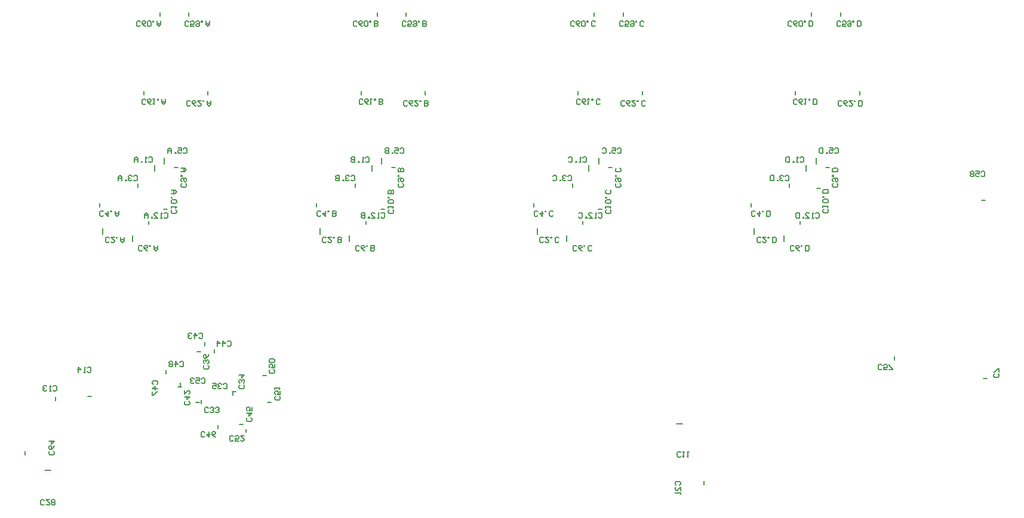
<source format=gbo>
%FSLAX24Y24*%
%MOIN*%
G70*
G01*
G75*
G04 Layer_Color=32896*
%ADD10R,0.0630X0.0709*%
%ADD11R,0.0600X0.0300*%
%ADD12R,0.1400X0.1000*%
%ADD13R,0.1024X0.0945*%
%ADD14R,0.1732X0.1441*%
%ADD15R,0.0827X0.0354*%
%ADD16R,0.0827X0.0354*%
%ADD17O,0.0394X0.0110*%
%ADD18O,0.0110X0.0394*%
%ADD19C,0.0177*%
%ADD20C,0.0197*%
%ADD21R,0.0197X0.0748*%
%ADD22R,0.0512X0.0630*%
%ADD23R,0.0866X0.0787*%
%ADD24R,0.0807X0.0236*%
%ADD25R,0.0197X0.0591*%
%ADD26R,0.0630X0.0512*%
%ADD27R,0.0551X0.0787*%
%ADD28R,0.0748X0.0197*%
%ADD29R,0.0669X0.0177*%
%ADD30R,0.0669X0.0177*%
%ADD31R,0.0394X0.0433*%
%ADD32R,0.0433X0.0394*%
%ADD33R,0.0709X0.0630*%
%ADD34R,0.0945X0.1024*%
%ADD35R,0.0787X0.0866*%
%ADD36C,0.0400*%
%ADD37R,0.0394X0.1083*%
%ADD38C,0.0070*%
%ADD39C,0.0200*%
%ADD40C,0.0100*%
%ADD41C,0.0090*%
%ADD42C,0.0060*%
%ADD43C,0.0160*%
%ADD44C,0.0250*%
%ADD45C,0.0300*%
%ADD46C,0.0120*%
%ADD47C,0.0600*%
%ADD48C,0.0591*%
%ADD49R,0.0591X0.0591*%
%ADD50C,0.1732*%
%ADD51C,0.1732*%
%ADD52C,0.0800*%
%ADD53C,0.0433*%
%ADD54C,0.0200*%
%ADD55C,0.0240*%
%ADD56C,0.0212*%
%ADD57C,0.0350*%
%ADD58C,0.0080*%
%ADD59R,0.0354X0.0276*%
%ADD60R,0.0276X0.0354*%
%ADD61C,0.0140*%
%ADD62C,0.0098*%
%ADD63C,0.0079*%
%ADD64C,0.0050*%
%ADD65R,0.1575X0.0098*%
D38*
X27402Y33393D02*
X27452Y33343D01*
Y33243D01*
X27402Y33193D01*
X27202D01*
X27152Y33243D01*
Y33343D01*
X27202Y33393D01*
X27452Y33693D02*
X27402Y33593D01*
X27302Y33493D01*
X27202D01*
X27152Y33543D01*
Y33643D01*
X27202Y33693D01*
X27252D01*
X27302Y33643D01*
Y33493D01*
X27152Y33942D02*
X27452D01*
X27302Y33793D01*
Y33992D01*
X62427Y33107D02*
X62377Y33057D01*
X62277D01*
X62227Y33107D01*
Y33307D01*
X62277Y33357D01*
X62377D01*
X62427Y33307D01*
X62527Y33357D02*
X62627D01*
X62577D01*
Y33057D01*
X62527Y33107D01*
X62777Y33357D02*
X62877D01*
X62827D01*
Y33057D01*
X62777Y33107D01*
X27379Y37002D02*
X27429Y37052D01*
X27529D01*
X27579Y37002D01*
Y36802D01*
X27529Y36752D01*
X27429D01*
X27379Y36802D01*
X27279Y36752D02*
X27179D01*
X27229D01*
Y37052D01*
X27279Y37002D01*
X27029D02*
X26979Y37052D01*
X26879D01*
X26829Y37002D01*
Y36952D01*
X26879Y36902D01*
X26929D01*
X26879D01*
X26829Y36852D01*
Y36802D01*
X26879Y36752D01*
X26979D01*
X27029Y36802D01*
X29304Y38033D02*
X29354Y38083D01*
X29454D01*
X29504Y38033D01*
Y37833D01*
X29454Y37783D01*
X29354D01*
X29304Y37833D01*
X29204Y37783D02*
X29104D01*
X29154D01*
Y38083D01*
X29204Y38033D01*
X28804Y37783D02*
Y38083D01*
X28954Y37933D01*
X28754D01*
X45706Y46667D02*
X45756Y46717D01*
X45856D01*
X45906Y46667D01*
Y46467D01*
X45856Y46417D01*
X45756D01*
X45706Y46467D01*
X45606Y46417D02*
X45506D01*
X45556D01*
Y46717D01*
X45606Y46667D01*
X45156Y46417D02*
X45356D01*
X45156Y46617D01*
Y46667D01*
X45206Y46717D01*
X45306D01*
X45356Y46667D01*
X45056Y46417D02*
Y46467D01*
X45006D01*
Y46417D01*
X45056D01*
X44806Y46717D02*
Y46417D01*
X44656D01*
X44606Y46467D01*
Y46517D01*
X44656Y46567D01*
X44806D01*
X44656D01*
X44606Y46617D01*
Y46667D01*
X44656Y46717D01*
X44806D01*
X46352Y46893D02*
X46402Y46843D01*
Y46743D01*
X46352Y46693D01*
X46152D01*
X46102Y46743D01*
Y46843D01*
X46152Y46893D01*
X46102Y46993D02*
Y47093D01*
Y47043D01*
X46402D01*
X46352Y46993D01*
Y47243D02*
X46402Y47293D01*
Y47393D01*
X46352Y47443D01*
X46152D01*
X46102Y47393D01*
Y47293D01*
X46152Y47243D01*
X46352D01*
X46102Y47543D02*
X46152D01*
Y47593D01*
X46102D01*
Y47543D01*
X46402Y47793D02*
X46102D01*
Y47943D01*
X46152Y47992D01*
X46202D01*
X46252Y47943D01*
Y47793D01*
Y47943D01*
X46302Y47992D01*
X46352D01*
X46402Y47943D01*
Y47793D01*
X46903Y48350D02*
X46953Y48300D01*
Y48200D01*
X46903Y48150D01*
X46704D01*
X46654Y48200D01*
Y48300D01*
X46704Y48350D01*
Y48450D02*
X46654Y48499D01*
Y48599D01*
X46704Y48649D01*
X46903D01*
X46953Y48599D01*
Y48499D01*
X46903Y48450D01*
X46853D01*
X46803Y48499D01*
Y48649D01*
X46654Y48749D02*
X46704D01*
Y48799D01*
X46654D01*
Y48749D01*
X46953Y48999D02*
X46654D01*
Y49149D01*
X46704Y49199D01*
X46754D01*
X46803Y49149D01*
Y48999D01*
Y49149D01*
X46853Y49199D01*
X46903D01*
X46953Y49149D01*
Y48999D01*
X44491Y44632D02*
X44441Y44582D01*
X44341D01*
X44291Y44632D01*
Y44832D01*
X44341Y44882D01*
X44441D01*
X44491Y44832D01*
X44791Y44582D02*
X44691Y44632D01*
X44591Y44732D01*
Y44832D01*
X44641Y44882D01*
X44741D01*
X44791Y44832D01*
Y44782D01*
X44741Y44732D01*
X44591D01*
X44891Y44882D02*
Y44832D01*
X44941D01*
Y44882D01*
X44891D01*
X45141Y44582D02*
Y44882D01*
X45291D01*
X45341Y44832D01*
Y44782D01*
X45291Y44732D01*
X45141D01*
X45291D01*
X45341Y44682D01*
Y44632D01*
X45291Y44582D01*
X45141D01*
X46769Y50289D02*
X46819Y50339D01*
X46919D01*
X46968Y50289D01*
Y50089D01*
X46919Y50039D01*
X46819D01*
X46769Y50089D01*
X46469Y50339D02*
X46669D01*
Y50189D01*
X46569Y50239D01*
X46519D01*
X46469Y50189D01*
Y50089D01*
X46519Y50039D01*
X46619D01*
X46669Y50089D01*
X46369Y50039D02*
Y50089D01*
X46319D01*
Y50039D01*
X46369D01*
X46119Y50339D02*
Y50039D01*
X45969D01*
X45919Y50089D01*
Y50139D01*
X45969Y50189D01*
X46119D01*
X45969D01*
X45919Y50239D01*
Y50289D01*
X45969Y50339D01*
X46119D01*
X42326Y46561D02*
X42276Y46511D01*
X42176D01*
X42126Y46561D01*
Y46761D01*
X42176Y46811D01*
X42276D01*
X42326Y46761D01*
X42576Y46811D02*
Y46511D01*
X42426Y46661D01*
X42626D01*
X42726Y46811D02*
Y46761D01*
X42776D01*
Y46811D01*
X42726D01*
X42976Y46511D02*
Y46811D01*
X43126D01*
X43176Y46761D01*
Y46711D01*
X43126Y46661D01*
X42976D01*
X43126D01*
X43176Y46611D01*
Y46561D01*
X43126Y46511D01*
X42976D01*
X44013Y48754D02*
X44063Y48804D01*
X44163D01*
X44213Y48754D01*
Y48554D01*
X44163Y48504D01*
X44063D01*
X44013Y48554D01*
X43913Y48754D02*
X43863Y48804D01*
X43763D01*
X43713Y48754D01*
Y48704D01*
X43763Y48654D01*
X43813D01*
X43763D01*
X43713Y48604D01*
Y48554D01*
X43763Y48504D01*
X43863D01*
X43913Y48554D01*
X43613Y48504D02*
Y48554D01*
X43563D01*
Y48504D01*
X43613D01*
X43363Y48804D02*
Y48504D01*
X43213D01*
X43163Y48554D01*
Y48604D01*
X43213Y48654D01*
X43363D01*
X43213D01*
X43163Y48704D01*
Y48754D01*
X43213Y48804D01*
X43363D01*
X42641Y45104D02*
X42591Y45054D01*
X42491D01*
X42441Y45104D01*
Y45304D01*
X42491Y45354D01*
X42591D01*
X42641Y45304D01*
X42941Y45354D02*
X42741D01*
X42941Y45154D01*
Y45104D01*
X42891Y45054D01*
X42791D01*
X42741Y45104D01*
X43041Y45354D02*
Y45304D01*
X43091D01*
Y45354D01*
X43041D01*
X43291Y45054D02*
Y45354D01*
X43441D01*
X43491Y45304D01*
Y45254D01*
X43441Y45204D01*
X43291D01*
X43441D01*
X43491Y45154D01*
Y45104D01*
X43441Y45054D01*
X43291D01*
X44839Y49777D02*
X44889Y49827D01*
X44989D01*
X45039Y49777D01*
Y49578D01*
X44989Y49528D01*
X44889D01*
X44839Y49578D01*
X44739Y49528D02*
X44640D01*
X44689D01*
Y49827D01*
X44739Y49777D01*
X44490Y49528D02*
Y49578D01*
X44440D01*
Y49528D01*
X44490D01*
X44240Y49827D02*
Y49528D01*
X44090D01*
X44040Y49578D01*
Y49628D01*
X44090Y49678D01*
X44240D01*
X44090D01*
X44040Y49727D01*
Y49777D01*
X44090Y49827D01*
X44240D01*
X32713Y49777D02*
X32763Y49827D01*
X32863D01*
X32913Y49777D01*
Y49578D01*
X32863Y49528D01*
X32763D01*
X32713Y49578D01*
X32613Y49528D02*
X32514D01*
X32564D01*
Y49827D01*
X32613Y49777D01*
X32364Y49528D02*
Y49578D01*
X32314D01*
Y49528D01*
X32364D01*
X32114D02*
Y49727D01*
X32014Y49827D01*
X31914Y49727D01*
Y49528D01*
Y49678D01*
X32114D01*
X30515Y45104D02*
X30465Y45054D01*
X30365D01*
X30315Y45104D01*
Y45304D01*
X30365Y45354D01*
X30465D01*
X30515Y45304D01*
X30815Y45354D02*
X30615D01*
X30815Y45154D01*
Y45104D01*
X30765Y45054D01*
X30665D01*
X30615Y45104D01*
X30915Y45354D02*
Y45304D01*
X30965D01*
Y45354D01*
X30915D01*
X31165D02*
Y45154D01*
X31265Y45054D01*
X31365Y45154D01*
Y45354D01*
Y45204D01*
X31165D01*
X31887Y48754D02*
X31937Y48804D01*
X32037D01*
X32087Y48754D01*
Y48554D01*
X32037Y48504D01*
X31937D01*
X31887Y48554D01*
X31787Y48754D02*
X31737Y48804D01*
X31637D01*
X31587Y48754D01*
Y48704D01*
X31637Y48654D01*
X31687D01*
X31637D01*
X31587Y48604D01*
Y48554D01*
X31637Y48504D01*
X31737D01*
X31787Y48554D01*
X31487Y48504D02*
Y48554D01*
X31437D01*
Y48504D01*
X31487D01*
X31237D02*
Y48704D01*
X31137Y48804D01*
X31037Y48704D01*
Y48504D01*
Y48654D01*
X31237D01*
X30200Y46561D02*
X30150Y46511D01*
X30050D01*
X30000Y46561D01*
Y46761D01*
X30050Y46811D01*
X30150D01*
X30200Y46761D01*
X30450Y46811D02*
Y46511D01*
X30300Y46661D01*
X30500D01*
X30600Y46811D02*
Y46761D01*
X30650D01*
Y46811D01*
X30600D01*
X30850D02*
Y46611D01*
X30950Y46511D01*
X31050Y46611D01*
Y46811D01*
Y46661D01*
X30850D01*
X34643Y50289D02*
X34693Y50339D01*
X34793D01*
X34843Y50289D01*
Y50089D01*
X34793Y50039D01*
X34693D01*
X34643Y50089D01*
X34343Y50339D02*
X34543D01*
Y50189D01*
X34443Y50239D01*
X34393D01*
X34343Y50189D01*
Y50089D01*
X34393Y50039D01*
X34493D01*
X34543Y50089D01*
X34243Y50039D02*
Y50089D01*
X34193D01*
Y50039D01*
X34243D01*
X33993D02*
Y50239D01*
X33893Y50339D01*
X33793Y50239D01*
Y50039D01*
Y50189D01*
X33993D01*
X32365Y44632D02*
X32315Y44582D01*
X32215D01*
X32165Y44632D01*
Y44832D01*
X32215Y44882D01*
X32315D01*
X32365Y44832D01*
X32665Y44582D02*
X32565Y44632D01*
X32465Y44732D01*
Y44832D01*
X32515Y44882D01*
X32615D01*
X32665Y44832D01*
Y44782D01*
X32615Y44732D01*
X32465D01*
X32765Y44882D02*
Y44832D01*
X32815D01*
Y44882D01*
X32765D01*
X33015D02*
Y44682D01*
X33115Y44582D01*
X33215Y44682D01*
Y44882D01*
Y44732D01*
X33015D01*
X34777Y48350D02*
X34827Y48300D01*
Y48200D01*
X34777Y48150D01*
X34578D01*
X34528Y48200D01*
Y48300D01*
X34578Y48350D01*
Y48450D02*
X34528Y48499D01*
Y48599D01*
X34578Y48649D01*
X34777D01*
X34827Y48599D01*
Y48499D01*
X34777Y48450D01*
X34727D01*
X34678Y48499D01*
Y48649D01*
X34528Y48749D02*
X34578D01*
Y48799D01*
X34528D01*
Y48749D01*
Y48999D02*
X34727D01*
X34827Y49099D01*
X34727Y49199D01*
X34528D01*
X34678D01*
Y48999D01*
X34226Y46893D02*
X34276Y46843D01*
Y46743D01*
X34226Y46693D01*
X34026D01*
X33976Y46743D01*
Y46843D01*
X34026Y46893D01*
X33976Y46993D02*
Y47093D01*
Y47043D01*
X34276D01*
X34226Y46993D01*
Y47243D02*
X34276Y47293D01*
Y47393D01*
X34226Y47443D01*
X34026D01*
X33976Y47393D01*
Y47293D01*
X34026Y47243D01*
X34226D01*
X33976Y47543D02*
X34026D01*
Y47593D01*
X33976D01*
Y47543D01*
Y47793D02*
X34176D01*
X34276Y47893D01*
X34176Y47992D01*
X33976D01*
X34126D01*
Y47793D01*
X33580Y46667D02*
X33630Y46717D01*
X33730D01*
X33780Y46667D01*
Y46467D01*
X33730Y46417D01*
X33630D01*
X33580Y46467D01*
X33480Y46417D02*
X33380D01*
X33430D01*
Y46717D01*
X33480Y46667D01*
X33030Y46417D02*
X33230D01*
X33030Y46617D01*
Y46667D01*
X33080Y46717D01*
X33180D01*
X33230Y46667D01*
X32930Y46417D02*
Y46467D01*
X32880D01*
Y46417D01*
X32930D01*
X32680D02*
Y46617D01*
X32580Y46717D01*
X32480Y46617D01*
Y46417D01*
Y46567D01*
X32680D01*
X34964Y57191D02*
X34914Y57141D01*
X34814D01*
X34764Y57191D01*
Y57391D01*
X34814Y57441D01*
X34914D01*
X34964Y57391D01*
X35264Y57141D02*
X35064D01*
Y57291D01*
X35164Y57241D01*
X35214D01*
X35264Y57291D01*
Y57391D01*
X35214Y57441D01*
X35114D01*
X35064Y57391D01*
X35364D02*
X35414Y57441D01*
X35514D01*
X35564Y57391D01*
Y57191D01*
X35514Y57141D01*
X35414D01*
X35364Y57191D01*
Y57241D01*
X35414Y57291D01*
X35564D01*
X35663Y57441D02*
Y57391D01*
X35713D01*
Y57441D01*
X35663D01*
X35913D02*
Y57241D01*
X36013Y57141D01*
X36113Y57241D01*
Y57441D01*
Y57291D01*
X35913D01*
X32247Y57191D02*
X32197Y57141D01*
X32097D01*
X32047Y57191D01*
Y57391D01*
X32097Y57441D01*
X32197D01*
X32247Y57391D01*
X32547Y57141D02*
X32447Y57191D01*
X32347Y57291D01*
Y57391D01*
X32397Y57441D01*
X32497D01*
X32547Y57391D01*
Y57341D01*
X32497Y57291D01*
X32347D01*
X32647Y57191D02*
X32697Y57141D01*
X32797D01*
X32847Y57191D01*
Y57391D01*
X32797Y57441D01*
X32697D01*
X32647Y57391D01*
Y57191D01*
X32947Y57441D02*
Y57391D01*
X32997D01*
Y57441D01*
X32947D01*
X33197D02*
Y57241D01*
X33297Y57141D01*
X33397Y57241D01*
Y57441D01*
Y57291D01*
X33197D01*
X32562Y52821D02*
X32512Y52771D01*
X32412D01*
X32362Y52821D01*
Y53021D01*
X32412Y53071D01*
X32512D01*
X32562Y53021D01*
X32862Y52771D02*
X32762Y52821D01*
X32662Y52921D01*
Y53021D01*
X32712Y53071D01*
X32812D01*
X32862Y53021D01*
Y52971D01*
X32812Y52921D01*
X32662D01*
X32962Y53071D02*
X33062D01*
X33012D01*
Y52771D01*
X32962Y52821D01*
X33212Y53071D02*
Y53021D01*
X33262D01*
Y53071D01*
X33212D01*
X33462D02*
Y52871D01*
X33562Y52771D01*
X33662Y52871D01*
Y53071D01*
Y52921D01*
X33462D01*
X35042Y52742D02*
X34992Y52692D01*
X34892D01*
X34843Y52742D01*
Y52942D01*
X34892Y52992D01*
X34992D01*
X35042Y52942D01*
X35342Y52692D02*
X35242Y52742D01*
X35142Y52842D01*
Y52942D01*
X35192Y52992D01*
X35292D01*
X35342Y52942D01*
Y52892D01*
X35292Y52842D01*
X35142D01*
X35642Y52992D02*
X35442D01*
X35642Y52792D01*
Y52742D01*
X35592Y52692D01*
X35492D01*
X35442Y52742D01*
X35742Y52992D02*
Y52942D01*
X35792D01*
Y52992D01*
X35742D01*
X35992D02*
Y52792D01*
X36092Y52692D01*
X36192Y52792D01*
Y52992D01*
Y52842D01*
X35992D01*
X56965Y49777D02*
X57015Y49827D01*
X57115D01*
X57165Y49777D01*
Y49578D01*
X57115Y49528D01*
X57015D01*
X56965Y49578D01*
X56865Y49528D02*
X56765D01*
X56815D01*
Y49827D01*
X56865Y49777D01*
X56616Y49528D02*
Y49578D01*
X56566D01*
Y49528D01*
X56616D01*
X56166Y49777D02*
X56216Y49827D01*
X56316D01*
X56366Y49777D01*
Y49578D01*
X56316Y49528D01*
X56216D01*
X56166Y49578D01*
X69091Y49777D02*
X69141Y49827D01*
X69241D01*
X69291Y49777D01*
Y49578D01*
X69241Y49528D01*
X69141D01*
X69091Y49578D01*
X68991Y49528D02*
X68891D01*
X68941D01*
Y49827D01*
X68991Y49777D01*
X68742Y49528D02*
Y49578D01*
X68692D01*
Y49528D01*
X68742D01*
X68492Y49827D02*
Y49528D01*
X68342D01*
X68292Y49578D01*
Y49777D01*
X68342Y49827D01*
X68492D01*
X54767Y45104D02*
X54717Y45054D01*
X54617D01*
X54567Y45104D01*
Y45304D01*
X54617Y45354D01*
X54717D01*
X54767Y45304D01*
X55067Y45354D02*
X54867D01*
X55067Y45154D01*
Y45104D01*
X55017Y45054D01*
X54917D01*
X54867Y45104D01*
X55167Y45354D02*
Y45304D01*
X55217D01*
Y45354D01*
X55167D01*
X55617Y45104D02*
X55567Y45054D01*
X55467D01*
X55417Y45104D01*
Y45304D01*
X55467Y45354D01*
X55567D01*
X55617Y45304D01*
X66893Y45104D02*
X66843Y45054D01*
X66743D01*
X66693Y45104D01*
Y45304D01*
X66743Y45354D01*
X66843D01*
X66893Y45304D01*
X67193Y45354D02*
X66993D01*
X67193Y45154D01*
Y45104D01*
X67143Y45054D01*
X67043D01*
X66993Y45104D01*
X67293Y45354D02*
Y45304D01*
X67343D01*
Y45354D01*
X67293D01*
X67543Y45054D02*
Y45354D01*
X67693D01*
X67743Y45304D01*
Y45104D01*
X67693Y45054D01*
X67543D01*
X56139Y48754D02*
X56189Y48804D01*
X56289D01*
X56339Y48754D01*
Y48554D01*
X56289Y48504D01*
X56189D01*
X56139Y48554D01*
X56039Y48754D02*
X55989Y48804D01*
X55889D01*
X55839Y48754D01*
Y48704D01*
X55889Y48654D01*
X55939D01*
X55889D01*
X55839Y48604D01*
Y48554D01*
X55889Y48504D01*
X55989D01*
X56039Y48554D01*
X55739Y48504D02*
Y48554D01*
X55689D01*
Y48504D01*
X55739D01*
X55289Y48754D02*
X55339Y48804D01*
X55439D01*
X55489Y48754D01*
Y48554D01*
X55439Y48504D01*
X55339D01*
X55289Y48554D01*
X68265Y48754D02*
X68315Y48804D01*
X68415D01*
X68465Y48754D01*
Y48554D01*
X68415Y48504D01*
X68315D01*
X68265Y48554D01*
X68165Y48754D02*
X68115Y48804D01*
X68015D01*
X67965Y48754D01*
Y48704D01*
X68015Y48654D01*
X68065D01*
X68015D01*
X67965Y48604D01*
Y48554D01*
X68015Y48504D01*
X68115D01*
X68165Y48554D01*
X67865Y48504D02*
Y48554D01*
X67815D01*
Y48504D01*
X67865D01*
X67615Y48804D02*
Y48504D01*
X67465D01*
X67415Y48554D01*
Y48754D01*
X67465Y48804D01*
X67615D01*
X54452Y46561D02*
X54402Y46511D01*
X54302D01*
X54252Y46561D01*
Y46761D01*
X54302Y46811D01*
X54402D01*
X54452Y46761D01*
X54702Y46811D02*
Y46511D01*
X54552Y46661D01*
X54752D01*
X54852Y46811D02*
Y46761D01*
X54902D01*
Y46811D01*
X54852D01*
X55302Y46561D02*
X55252Y46511D01*
X55152D01*
X55102Y46561D01*
Y46761D01*
X55152Y46811D01*
X55252D01*
X55302Y46761D01*
X66578Y46561D02*
X66528Y46511D01*
X66428D01*
X66378Y46561D01*
Y46761D01*
X66428Y46811D01*
X66528D01*
X66578Y46761D01*
X66828Y46811D02*
Y46511D01*
X66678Y46661D01*
X66878D01*
X66978Y46811D02*
Y46761D01*
X67028D01*
Y46811D01*
X66978D01*
X67228Y46511D02*
Y46811D01*
X67378D01*
X67428Y46761D01*
Y46561D01*
X67378Y46511D01*
X67228D01*
X58895Y50289D02*
X58945Y50339D01*
X59045D01*
X59094Y50289D01*
Y50089D01*
X59045Y50039D01*
X58945D01*
X58895Y50089D01*
X58595Y50339D02*
X58795D01*
Y50189D01*
X58695Y50239D01*
X58645D01*
X58595Y50189D01*
Y50089D01*
X58645Y50039D01*
X58745D01*
X58795Y50089D01*
X58495Y50039D02*
Y50089D01*
X58445D01*
Y50039D01*
X58495D01*
X58045Y50289D02*
X58095Y50339D01*
X58195D01*
X58245Y50289D01*
Y50089D01*
X58195Y50039D01*
X58095D01*
X58045Y50089D01*
X71021Y50289D02*
X71071Y50339D01*
X71170D01*
X71220Y50289D01*
Y50089D01*
X71170Y50039D01*
X71071D01*
X71021Y50089D01*
X70721Y50339D02*
X70921D01*
Y50189D01*
X70821Y50239D01*
X70771D01*
X70721Y50189D01*
Y50089D01*
X70771Y50039D01*
X70871D01*
X70921Y50089D01*
X70621Y50039D02*
Y50089D01*
X70571D01*
Y50039D01*
X70621D01*
X70371Y50339D02*
Y50039D01*
X70221D01*
X70171Y50089D01*
Y50289D01*
X70221Y50339D01*
X70371D01*
X56617Y44632D02*
X56567Y44582D01*
X56467D01*
X56417Y44632D01*
Y44832D01*
X56467Y44882D01*
X56567D01*
X56617Y44832D01*
X56917Y44582D02*
X56817Y44632D01*
X56717Y44732D01*
Y44832D01*
X56767Y44882D01*
X56867D01*
X56917Y44832D01*
Y44782D01*
X56867Y44732D01*
X56717D01*
X57017Y44882D02*
Y44832D01*
X57067D01*
Y44882D01*
X57017D01*
X57467Y44632D02*
X57417Y44582D01*
X57317D01*
X57267Y44632D01*
Y44832D01*
X57317Y44882D01*
X57417D01*
X57467Y44832D01*
X68743Y44632D02*
X68693Y44582D01*
X68593D01*
X68543Y44632D01*
Y44832D01*
X68593Y44882D01*
X68693D01*
X68743Y44832D01*
X69043Y44582D02*
X68943Y44632D01*
X68843Y44732D01*
Y44832D01*
X68893Y44882D01*
X68993D01*
X69043Y44832D01*
Y44782D01*
X68993Y44732D01*
X68843D01*
X69143Y44882D02*
Y44832D01*
X69193D01*
Y44882D01*
X69143D01*
X69393Y44582D02*
Y44882D01*
X69543D01*
X69593Y44832D01*
Y44632D01*
X69543Y44582D01*
X69393D01*
X59029Y48350D02*
X59079Y48300D01*
Y48200D01*
X59029Y48150D01*
X58830D01*
X58780Y48200D01*
Y48300D01*
X58830Y48350D01*
Y48450D02*
X58780Y48499D01*
Y48599D01*
X58830Y48649D01*
X59029D01*
X59079Y48599D01*
Y48499D01*
X59029Y48450D01*
X58979D01*
X58929Y48499D01*
Y48649D01*
X58780Y48749D02*
X58830D01*
Y48799D01*
X58780D01*
Y48749D01*
X59029Y49199D02*
X59079Y49149D01*
Y49049D01*
X59029Y48999D01*
X58830D01*
X58780Y49049D01*
Y49149D01*
X58830Y49199D01*
X71155Y48350D02*
X71205Y48300D01*
Y48200D01*
X71155Y48150D01*
X70956D01*
X70906Y48200D01*
Y48300D01*
X70956Y48350D01*
Y48450D02*
X70906Y48499D01*
Y48599D01*
X70956Y48649D01*
X71155D01*
X71205Y48599D01*
Y48499D01*
X71155Y48450D01*
X71105D01*
X71055Y48499D01*
Y48649D01*
X70906Y48749D02*
X70956D01*
Y48799D01*
X70906D01*
Y48749D01*
X71205Y48999D02*
X70906D01*
Y49149D01*
X70956Y49199D01*
X71155D01*
X71205Y49149D01*
Y48999D01*
X58478Y46893D02*
X58528Y46843D01*
Y46743D01*
X58478Y46693D01*
X58278D01*
X58228Y46743D01*
Y46843D01*
X58278Y46893D01*
X58228Y46993D02*
Y47093D01*
Y47043D01*
X58528D01*
X58478Y46993D01*
Y47243D02*
X58528Y47293D01*
Y47393D01*
X58478Y47443D01*
X58278D01*
X58228Y47393D01*
Y47293D01*
X58278Y47243D01*
X58478D01*
X58228Y47543D02*
X58278D01*
Y47593D01*
X58228D01*
Y47543D01*
X58478Y47992D02*
X58528Y47943D01*
Y47843D01*
X58478Y47793D01*
X58278D01*
X58228Y47843D01*
Y47943D01*
X58278Y47992D01*
X57832Y46667D02*
X57882Y46717D01*
X57982D01*
X58032Y46667D01*
Y46467D01*
X57982Y46417D01*
X57882D01*
X57832Y46467D01*
X57732Y46417D02*
X57632D01*
X57682D01*
Y46717D01*
X57732Y46667D01*
X57282Y46417D02*
X57482D01*
X57282Y46617D01*
Y46667D01*
X57332Y46717D01*
X57432D01*
X57482Y46667D01*
X57182Y46417D02*
Y46467D01*
X57132D01*
Y46417D01*
X57182D01*
X56732Y46667D02*
X56782Y46717D01*
X56882D01*
X56932Y46667D01*
Y46467D01*
X56882Y46417D01*
X56782D01*
X56732Y46467D01*
X69958Y46667D02*
X70008Y46717D01*
X70107D01*
X70157Y46667D01*
Y46467D01*
X70107Y46417D01*
X70008D01*
X69958Y46467D01*
X69858Y46417D02*
X69758D01*
X69808D01*
Y46717D01*
X69858Y46667D01*
X69408Y46417D02*
X69608D01*
X69408Y46617D01*
Y46667D01*
X69458Y46717D01*
X69558D01*
X69608Y46667D01*
X69308Y46417D02*
Y46467D01*
X69258D01*
Y46417D01*
X69308D01*
X69058Y46717D02*
Y46417D01*
X68908D01*
X68858Y46467D01*
Y46667D01*
X68908Y46717D01*
X69058D01*
X47090Y57191D02*
X47040Y57141D01*
X46940D01*
X46890Y57191D01*
Y57391D01*
X46940Y57441D01*
X47040D01*
X47090Y57391D01*
X47390Y57141D02*
X47190D01*
Y57291D01*
X47290Y57241D01*
X47340D01*
X47390Y57291D01*
Y57391D01*
X47340Y57441D01*
X47240D01*
X47190Y57391D01*
X47490D02*
X47540Y57441D01*
X47640D01*
X47690Y57391D01*
Y57191D01*
X47640Y57141D01*
X47540D01*
X47490Y57191D01*
Y57241D01*
X47540Y57291D01*
X47690D01*
X47789Y57441D02*
Y57391D01*
X47839D01*
Y57441D01*
X47789D01*
X48039Y57141D02*
Y57441D01*
X48189D01*
X48239Y57391D01*
Y57341D01*
X48189Y57291D01*
X48039D01*
X48189D01*
X48239Y57241D01*
Y57191D01*
X48189Y57141D01*
X48039D01*
X59216Y57191D02*
X59166Y57141D01*
X59066D01*
X59016Y57191D01*
Y57391D01*
X59066Y57441D01*
X59166D01*
X59216Y57391D01*
X59516Y57141D02*
X59316D01*
Y57291D01*
X59416Y57241D01*
X59466D01*
X59516Y57291D01*
Y57391D01*
X59466Y57441D01*
X59366D01*
X59316Y57391D01*
X59616D02*
X59666Y57441D01*
X59766D01*
X59815Y57391D01*
Y57191D01*
X59766Y57141D01*
X59666D01*
X59616Y57191D01*
Y57241D01*
X59666Y57291D01*
X59815D01*
X59915Y57441D02*
Y57391D01*
X59965D01*
Y57441D01*
X59915D01*
X60365Y57191D02*
X60315Y57141D01*
X60215D01*
X60165Y57191D01*
Y57391D01*
X60215Y57441D01*
X60315D01*
X60365Y57391D01*
X71342Y57191D02*
X71292Y57141D01*
X71192D01*
X71142Y57191D01*
Y57391D01*
X71192Y57441D01*
X71292D01*
X71342Y57391D01*
X71642Y57141D02*
X71442D01*
Y57291D01*
X71542Y57241D01*
X71592D01*
X71642Y57291D01*
Y57391D01*
X71592Y57441D01*
X71492D01*
X71442Y57391D01*
X71742D02*
X71792Y57441D01*
X71891D01*
X71941Y57391D01*
Y57191D01*
X71891Y57141D01*
X71792D01*
X71742Y57191D01*
Y57241D01*
X71792Y57291D01*
X71941D01*
X72041Y57441D02*
Y57391D01*
X72091D01*
Y57441D01*
X72041D01*
X72291Y57141D02*
Y57441D01*
X72441D01*
X72491Y57391D01*
Y57191D01*
X72441Y57141D01*
X72291D01*
X44373Y57191D02*
X44323Y57141D01*
X44223D01*
X44173Y57191D01*
Y57391D01*
X44223Y57441D01*
X44323D01*
X44373Y57391D01*
X44673Y57141D02*
X44573Y57191D01*
X44473Y57291D01*
Y57391D01*
X44523Y57441D01*
X44623D01*
X44673Y57391D01*
Y57341D01*
X44623Y57291D01*
X44473D01*
X44773Y57191D02*
X44823Y57141D01*
X44923D01*
X44973Y57191D01*
Y57391D01*
X44923Y57441D01*
X44823D01*
X44773Y57391D01*
Y57191D01*
X45073Y57441D02*
Y57391D01*
X45123D01*
Y57441D01*
X45073D01*
X45323Y57141D02*
Y57441D01*
X45473D01*
X45523Y57391D01*
Y57341D01*
X45473Y57291D01*
X45323D01*
X45473D01*
X45523Y57241D01*
Y57191D01*
X45473Y57141D01*
X45323D01*
X56499Y57191D02*
X56449Y57141D01*
X56349D01*
X56299Y57191D01*
Y57391D01*
X56349Y57441D01*
X56449D01*
X56499Y57391D01*
X56799Y57141D02*
X56699Y57191D01*
X56599Y57291D01*
Y57391D01*
X56649Y57441D01*
X56749D01*
X56799Y57391D01*
Y57341D01*
X56749Y57291D01*
X56599D01*
X56899Y57191D02*
X56949Y57141D01*
X57049D01*
X57099Y57191D01*
Y57391D01*
X57049Y57441D01*
X56949D01*
X56899Y57391D01*
Y57191D01*
X57199Y57441D02*
Y57391D01*
X57249D01*
Y57441D01*
X57199D01*
X57649Y57191D02*
X57599Y57141D01*
X57499D01*
X57449Y57191D01*
Y57391D01*
X57499Y57441D01*
X57599D01*
X57649Y57391D01*
X68625Y57191D02*
X68575Y57141D01*
X68475D01*
X68425Y57191D01*
Y57391D01*
X68475Y57441D01*
X68575D01*
X68625Y57391D01*
X68925Y57141D02*
X68825Y57191D01*
X68725Y57291D01*
Y57391D01*
X68775Y57441D01*
X68875D01*
X68925Y57391D01*
Y57341D01*
X68875Y57291D01*
X68725D01*
X69025Y57191D02*
X69075Y57141D01*
X69175D01*
X69225Y57191D01*
Y57391D01*
X69175Y57441D01*
X69075D01*
X69025Y57391D01*
Y57191D01*
X69325Y57441D02*
Y57391D01*
X69375D01*
Y57441D01*
X69325D01*
X69575Y57141D02*
Y57441D01*
X69725D01*
X69775Y57391D01*
Y57191D01*
X69725Y57141D01*
X69575D01*
X44688Y52821D02*
X44638Y52771D01*
X44538D01*
X44488Y52821D01*
Y53021D01*
X44538Y53071D01*
X44638D01*
X44688Y53021D01*
X44988Y52771D02*
X44888Y52821D01*
X44788Y52921D01*
Y53021D01*
X44838Y53071D01*
X44938D01*
X44988Y53021D01*
Y52971D01*
X44938Y52921D01*
X44788D01*
X45088Y53071D02*
X45188D01*
X45138D01*
Y52771D01*
X45088Y52821D01*
X45338Y53071D02*
Y53021D01*
X45388D01*
Y53071D01*
X45338D01*
X45588Y52771D02*
Y53071D01*
X45738D01*
X45788Y53021D01*
Y52971D01*
X45738Y52921D01*
X45588D01*
X45738D01*
X45788Y52871D01*
Y52821D01*
X45738Y52771D01*
X45588D01*
X56814Y52821D02*
X56764Y52771D01*
X56664D01*
X56614Y52821D01*
Y53021D01*
X56664Y53071D01*
X56764D01*
X56814Y53021D01*
X57114Y52771D02*
X57014Y52821D01*
X56914Y52921D01*
Y53021D01*
X56964Y53071D01*
X57064D01*
X57114Y53021D01*
Y52971D01*
X57064Y52921D01*
X56914D01*
X57214Y53071D02*
X57314D01*
X57264D01*
Y52771D01*
X57214Y52821D01*
X57464Y53071D02*
Y53021D01*
X57514D01*
Y53071D01*
X57464D01*
X57914Y52821D02*
X57864Y52771D01*
X57764D01*
X57714Y52821D01*
Y53021D01*
X57764Y53071D01*
X57864D01*
X57914Y53021D01*
X68940Y52821D02*
X68890Y52771D01*
X68790D01*
X68740Y52821D01*
Y53021D01*
X68790Y53071D01*
X68890D01*
X68940Y53021D01*
X69240Y52771D02*
X69140Y52821D01*
X69040Y52921D01*
Y53021D01*
X69090Y53071D01*
X69190D01*
X69240Y53021D01*
Y52971D01*
X69190Y52921D01*
X69040D01*
X69340Y53071D02*
X69440D01*
X69390D01*
Y52771D01*
X69340Y52821D01*
X69590Y53071D02*
Y53021D01*
X69640D01*
Y53071D01*
X69590D01*
X69840Y52771D02*
Y53071D01*
X69990D01*
X70040Y53021D01*
Y52821D01*
X69990Y52771D01*
X69840D01*
X47168Y52742D02*
X47118Y52692D01*
X47018D01*
X46968Y52742D01*
Y52942D01*
X47018Y52992D01*
X47118D01*
X47168Y52942D01*
X47468Y52692D02*
X47368Y52742D01*
X47268Y52842D01*
Y52942D01*
X47318Y52992D01*
X47418D01*
X47468Y52942D01*
Y52892D01*
X47418Y52842D01*
X47268D01*
X47768Y52992D02*
X47568D01*
X47768Y52792D01*
Y52742D01*
X47718Y52692D01*
X47618D01*
X47568Y52742D01*
X47868Y52992D02*
Y52942D01*
X47918D01*
Y52992D01*
X47868D01*
X48118Y52692D02*
Y52992D01*
X48268D01*
X48318Y52942D01*
Y52892D01*
X48268Y52842D01*
X48118D01*
X48268D01*
X48318Y52792D01*
Y52742D01*
X48268Y52692D01*
X48118D01*
X59294Y52742D02*
X59244Y52692D01*
X59144D01*
X59094Y52742D01*
Y52942D01*
X59144Y52992D01*
X59244D01*
X59294Y52942D01*
X59594Y52692D02*
X59494Y52742D01*
X59394Y52842D01*
Y52942D01*
X59444Y52992D01*
X59544D01*
X59594Y52942D01*
Y52892D01*
X59544Y52842D01*
X59394D01*
X59894Y52992D02*
X59694D01*
X59894Y52792D01*
Y52742D01*
X59844Y52692D01*
X59744D01*
X59694Y52742D01*
X59994Y52992D02*
Y52942D01*
X60044D01*
Y52992D01*
X59994D01*
X60444Y52742D02*
X60394Y52692D01*
X60294D01*
X60244Y52742D01*
Y52942D01*
X60294Y52992D01*
X60394D01*
X60444Y52942D01*
X71420Y52742D02*
X71370Y52692D01*
X71270D01*
X71220Y52742D01*
Y52942D01*
X71270Y52992D01*
X71370D01*
X71420Y52942D01*
X71720Y52692D02*
X71620Y52742D01*
X71520Y52842D01*
Y52942D01*
X71570Y52992D01*
X71670D01*
X71720Y52942D01*
Y52892D01*
X71670Y52842D01*
X71520D01*
X72020Y52992D02*
X71820D01*
X72020Y52792D01*
Y52742D01*
X71970Y52692D01*
X71870D01*
X71820Y52742D01*
X72120Y52992D02*
Y52942D01*
X72170D01*
Y52992D01*
X72120D01*
X72370Y52692D02*
Y52992D01*
X72520D01*
X72570Y52942D01*
Y52742D01*
X72520Y52692D01*
X72370D01*
X79206Y48977D02*
X79256Y49027D01*
X79356D01*
X79406Y48977D01*
Y48777D01*
X79356Y48727D01*
X79256D01*
X79206Y48777D01*
X78906Y49027D02*
X79106D01*
Y48877D01*
X79006Y48927D01*
X78956D01*
X78906Y48877D01*
Y48777D01*
X78956Y48727D01*
X79056D01*
X79106Y48777D01*
X78806Y48977D02*
X78756Y49027D01*
X78656D01*
X78606Y48977D01*
Y48927D01*
X78656Y48877D01*
X78606Y48827D01*
Y48777D01*
X78656Y48727D01*
X78756D01*
X78806Y48777D01*
Y48827D01*
X78756Y48877D01*
X78806Y48927D01*
Y48977D01*
X78756Y48877D02*
X78656D01*
X73664Y37978D02*
X73615Y37928D01*
X73515D01*
X73465Y37978D01*
Y38178D01*
X73515Y38228D01*
X73615D01*
X73664Y38178D01*
X73964Y37928D02*
X73764D01*
Y38078D01*
X73864Y38028D01*
X73914D01*
X73964Y38078D01*
Y38178D01*
X73914Y38228D01*
X73814D01*
X73764Y38178D01*
X74064Y37928D02*
X74264D01*
Y37978D01*
X74064Y38178D01*
Y38228D01*
X80154Y37716D02*
X80204Y37666D01*
Y37566D01*
X80154Y37516D01*
X79954D01*
X79904Y37566D01*
Y37666D01*
X79954Y37716D01*
X80204Y37816D02*
Y38016D01*
X80154D01*
X79954Y37816D01*
X79904D01*
X62164Y31489D02*
X62114Y31539D01*
Y31639D01*
X62164Y31689D01*
X62364D01*
X62414Y31639D01*
Y31539D01*
X62364Y31489D01*
X62414Y31189D02*
Y31389D01*
X62214Y31189D01*
X62164D01*
X62114Y31239D01*
Y31339D01*
X62164Y31389D01*
X62414Y31089D02*
Y30989D01*
Y31039D01*
X62114D01*
X62164Y31089D01*
X36046Y35577D02*
X35996Y35527D01*
X35896D01*
X35846Y35577D01*
Y35777D01*
X35896Y35827D01*
X35996D01*
X36046Y35777D01*
X36146Y35577D02*
X36196Y35527D01*
X36296D01*
X36346Y35577D01*
Y35627D01*
X36296Y35677D01*
X36246D01*
X36296D01*
X36346Y35727D01*
Y35777D01*
X36296Y35827D01*
X36196D01*
X36146Y35777D01*
X36446Y35577D02*
X36496Y35527D01*
X36596D01*
X36646Y35577D01*
Y35627D01*
X36596Y35677D01*
X36546D01*
X36596D01*
X36646Y35727D01*
Y35777D01*
X36596Y35827D01*
X36496D01*
X36446Y35777D01*
X38024Y37088D02*
X38074Y37038D01*
Y36938D01*
X38024Y36888D01*
X37824D01*
X37774Y36938D01*
Y37038D01*
X37824Y37088D01*
X38024Y37188D02*
X38074Y37238D01*
Y37338D01*
X38024Y37388D01*
X37974D01*
X37924Y37338D01*
Y37288D01*
Y37338D01*
X37874Y37388D01*
X37824D01*
X37774Y37338D01*
Y37238D01*
X37824Y37188D01*
X37774Y37638D02*
X38074D01*
X37924Y37488D01*
Y37688D01*
X36906Y37120D02*
X36956Y37170D01*
X37056D01*
X37106Y37120D01*
Y36920D01*
X37056Y36870D01*
X36956D01*
X36906Y36920D01*
X36806Y37120D02*
X36756Y37170D01*
X36656D01*
X36606Y37120D01*
Y37070D01*
X36656Y37020D01*
X36706D01*
X36656D01*
X36606Y36970D01*
Y36920D01*
X36656Y36870D01*
X36756D01*
X36806Y36920D01*
X36307Y37170D02*
X36506D01*
Y37020D01*
X36407Y37070D01*
X36357D01*
X36307Y37020D01*
Y36920D01*
X36357Y36870D01*
X36457D01*
X36506Y36920D01*
X36037Y38192D02*
X36087Y38142D01*
Y38042D01*
X36037Y37992D01*
X35837D01*
X35787Y38042D01*
Y38142D01*
X35837Y38192D01*
X36037Y38292D02*
X36087Y38342D01*
Y38442D01*
X36037Y38492D01*
X35987D01*
X35937Y38442D01*
Y38392D01*
Y38442D01*
X35887Y38492D01*
X35837D01*
X35787Y38442D01*
Y38342D01*
X35837Y38292D01*
X36087Y38792D02*
X36037Y38692D01*
X35937Y38592D01*
X35837D01*
X35787Y38642D01*
Y38742D01*
X35837Y38792D01*
X35887D01*
X35937Y38742D01*
Y38592D01*
X34974Y36165D02*
X35024Y36115D01*
Y36015D01*
X34974Y35965D01*
X34774D01*
X34724Y36015D01*
Y36115D01*
X34774Y36165D01*
X34724Y36414D02*
X35024D01*
X34874Y36264D01*
Y36464D01*
X34724Y36764D02*
Y36564D01*
X34924Y36764D01*
X34974D01*
X35024Y36714D01*
Y36614D01*
X34974Y36564D01*
X35528Y39935D02*
X35578Y39985D01*
X35678D01*
X35728Y39935D01*
Y39735D01*
X35678Y39685D01*
X35578D01*
X35528Y39735D01*
X35278Y39685D02*
Y39985D01*
X35428Y39835D01*
X35229D01*
X35129Y39935D02*
X35079Y39985D01*
X34979D01*
X34929Y39935D01*
Y39885D01*
X34979Y39835D01*
X35029D01*
X34979D01*
X34929Y39785D01*
Y39735D01*
X34979Y39685D01*
X35079D01*
X35129Y39735D01*
X37123Y39502D02*
X37173Y39552D01*
X37273D01*
X37323Y39502D01*
Y39302D01*
X37273Y39252D01*
X37173D01*
X37123Y39302D01*
X36873Y39252D02*
Y39552D01*
X37023Y39402D01*
X36823D01*
X36573Y39252D02*
Y39552D01*
X36723Y39402D01*
X36523D01*
X38439Y35259D02*
X38489Y35209D01*
Y35109D01*
X38439Y35059D01*
X38239D01*
X38189Y35109D01*
Y35209D01*
X38239Y35259D01*
X38189Y35509D02*
X38489D01*
X38339Y35359D01*
Y35559D01*
X38489Y35859D02*
Y35659D01*
X38339D01*
X38389Y35759D01*
Y35809D01*
X38339Y35859D01*
X38239D01*
X38189Y35809D01*
Y35709D01*
X38239Y35659D01*
X35857Y34224D02*
X35807Y34174D01*
X35707D01*
X35657Y34224D01*
Y34424D01*
X35707Y34474D01*
X35807D01*
X35857Y34424D01*
X36107Y34474D02*
Y34174D01*
X35957Y34324D01*
X36157D01*
X36457Y34174D02*
X36357Y34224D01*
X36257Y34324D01*
Y34424D01*
X36307Y34474D01*
X36407D01*
X36457Y34424D01*
Y34374D01*
X36407Y34324D01*
X36257D01*
X32978Y37123D02*
X32928Y37173D01*
Y37273D01*
X32978Y37323D01*
X33178D01*
X33228Y37273D01*
Y37173D01*
X33178Y37123D01*
X33228Y36873D02*
X32928D01*
X33078Y37023D01*
Y36823D01*
X32928Y36723D02*
Y36523D01*
X32978D01*
X33178Y36723D01*
X33228D01*
X34465Y38360D02*
X34515Y38410D01*
X34615D01*
X34665Y38360D01*
Y38160D01*
X34615Y38110D01*
X34515D01*
X34465Y38160D01*
X34216Y38110D02*
Y38410D01*
X34365Y38260D01*
X34166D01*
X34066Y38360D02*
X34016Y38410D01*
X33916D01*
X33866Y38360D01*
Y38310D01*
X33916Y38260D01*
X33866Y38210D01*
Y38160D01*
X33916Y38110D01*
X34016D01*
X34066Y38160D01*
Y38210D01*
X34016Y38260D01*
X34066Y38310D01*
Y38360D01*
X34016Y38260D02*
X33916D01*
X39699Y37936D02*
X39749Y37886D01*
Y37786D01*
X39699Y37736D01*
X39499D01*
X39449Y37786D01*
Y37886D01*
X39499Y37936D01*
X39749Y38236D02*
Y38036D01*
X39599D01*
X39649Y38136D01*
Y38186D01*
X39599Y38236D01*
X39499D01*
X39449Y38186D01*
Y38086D01*
X39499Y38036D01*
X39699Y38336D02*
X39749Y38386D01*
Y38486D01*
X39699Y38536D01*
X39499D01*
X39449Y38486D01*
Y38386D01*
X39499Y38336D01*
X39699D01*
X40014Y36460D02*
X40064Y36410D01*
Y36310D01*
X40014Y36260D01*
X39814D01*
X39764Y36310D01*
Y36410D01*
X39814Y36460D01*
X40064Y36760D02*
Y36560D01*
X39914D01*
X39964Y36660D01*
Y36710D01*
X39914Y36760D01*
X39814D01*
X39764Y36710D01*
Y36610D01*
X39814Y36560D01*
X39764Y36860D02*
Y36960D01*
Y36910D01*
X40064D01*
X40014Y36860D01*
X37444Y34002D02*
X37394Y33952D01*
X37294D01*
X37244Y34002D01*
Y34202D01*
X37294Y34252D01*
X37394D01*
X37444Y34202D01*
X37744Y33952D02*
X37544D01*
Y34102D01*
X37644Y34052D01*
X37694D01*
X37744Y34102D01*
Y34202D01*
X37694Y34252D01*
X37594D01*
X37544Y34202D01*
X38044Y34252D02*
X37844D01*
X38044Y34052D01*
Y34002D01*
X37994Y33952D01*
X37894D01*
X37844Y34002D01*
X35661Y37414D02*
X35710Y37464D01*
X35810D01*
X35860Y37414D01*
Y37214D01*
X35810Y37164D01*
X35710D01*
X35661Y37214D01*
X35361Y37464D02*
X35561D01*
Y37314D01*
X35461Y37364D01*
X35411D01*
X35361Y37314D01*
Y37214D01*
X35411Y37164D01*
X35511D01*
X35561Y37214D01*
X35261Y37414D02*
X35211Y37464D01*
X35111D01*
X35061Y37414D01*
Y37364D01*
X35111Y37314D01*
X35161D01*
X35111D01*
X35061Y37264D01*
Y37214D01*
X35111Y37164D01*
X35211D01*
X35261Y37214D01*
X70624Y46913D02*
X70674Y46863D01*
Y46763D01*
X70624Y46713D01*
X70424D01*
X70374Y46763D01*
Y46863D01*
X70424Y46913D01*
X70374Y47013D02*
Y47112D01*
Y47062D01*
X70674D01*
X70624Y47013D01*
Y47262D02*
X70674Y47312D01*
Y47412D01*
X70624Y47462D01*
X70424D01*
X70374Y47412D01*
Y47312D01*
X70424Y47262D01*
X70624D01*
X70374Y47562D02*
X70424D01*
Y47612D01*
X70374D01*
Y47562D01*
X70674Y47812D02*
X70374D01*
Y47962D01*
X70424Y48012D01*
X70624D01*
X70674Y47962D01*
Y47812D01*
X26893Y30419D02*
X26843Y30369D01*
X26743D01*
X26693Y30419D01*
Y30619D01*
X26743Y30669D01*
X26843D01*
X26893Y30619D01*
X27193Y30669D02*
X26993D01*
X27193Y30469D01*
Y30419D01*
X27143Y30369D01*
X27043D01*
X26993Y30419D01*
X27293D02*
X27343Y30369D01*
X27443D01*
X27493Y30419D01*
Y30469D01*
X27443Y30519D01*
X27493Y30569D01*
Y30619D01*
X27443Y30669D01*
X27343D01*
X27293Y30619D01*
Y30569D01*
X27343Y30519D01*
X27293Y30469D01*
Y30419D01*
X27343Y30519D02*
X27443D01*
D63*
X25826Y33169D02*
Y33366D01*
X26929Y32323D02*
X27244D01*
X62205Y34921D02*
X62520D01*
X32127Y48130D02*
Y48327D01*
X44253Y48130D02*
Y48327D01*
X56379Y48130D02*
Y48327D01*
X68505Y48130D02*
Y48327D01*
X29980Y47047D02*
Y47244D01*
X42106Y47047D02*
Y47244D01*
X54232Y47047D02*
Y47244D01*
X66358Y47047D02*
Y47244D01*
X79331Y37460D02*
X79528D01*
X34154Y49253D02*
X34350D01*
X46280D02*
X46476D01*
X58406D02*
X58602D01*
X70532D02*
X70728D01*
X33563Y46909D02*
X33760D01*
X45689D02*
X45886D01*
X57815D02*
X58012D01*
X32717Y46063D02*
Y46260D01*
X44843Y46063D02*
Y46260D01*
X56969Y46063D02*
Y46260D01*
X69094Y46063D02*
Y46260D01*
X27520Y36220D02*
Y36417D01*
X29331Y36457D02*
X29528D01*
X63740Y31516D02*
Y31713D01*
X35649Y36052D02*
Y36248D01*
X37402Y36699D02*
X37598D01*
X37441Y36516D02*
Y36713D01*
X35413Y38937D02*
X35610D01*
X34350Y36969D02*
X34547D01*
X35866Y39272D02*
Y39469D01*
X36378Y38878D02*
Y39075D01*
X37795Y34882D02*
X37992D01*
X36575Y34646D02*
Y34843D01*
X34508Y37008D02*
Y37205D01*
X33701Y37697D02*
Y37894D01*
X39102Y37599D02*
X39298D01*
X39352Y36099D02*
X39548D01*
X38150Y34429D02*
Y34626D01*
X35352Y36099D02*
X35548D01*
X74351Y38484D02*
Y38681D01*
X79232Y47401D02*
X79429D01*
X34966Y57702D02*
Y57898D01*
X47092Y57702D02*
Y57898D01*
X59218Y57702D02*
Y57898D01*
X71344Y57702D02*
Y57898D01*
X33351Y57702D02*
Y57898D01*
X45477Y57702D02*
Y57898D01*
X57603Y57702D02*
Y57898D01*
X69729Y57702D02*
Y57898D01*
X32449Y53302D02*
Y53498D01*
X44575Y53302D02*
Y53498D01*
X56701Y53302D02*
Y53498D01*
X68827Y53302D02*
Y53498D01*
X36034Y53302D02*
Y53498D01*
X48160Y53302D02*
Y53498D01*
X60286Y53302D02*
Y53498D01*
X72412Y53302D02*
Y53498D01*
X33051Y49055D02*
Y49370D01*
X45177Y49055D02*
Y49370D01*
X57303Y49055D02*
Y49370D01*
X69429Y49055D02*
Y49370D01*
X30157Y45512D02*
Y45827D01*
X42283Y45512D02*
Y45827D01*
X54409Y45512D02*
Y45827D01*
X66535Y45512D02*
Y45827D01*
X33602Y49449D02*
Y49764D01*
X45728Y49449D02*
Y49764D01*
X57854Y49449D02*
Y49764D01*
X69980Y49449D02*
Y49764D01*
X31811Y45118D02*
Y45433D01*
X43937Y45118D02*
Y45433D01*
X56063Y45118D02*
Y45433D01*
X68189Y45118D02*
Y45433D01*
X70020Y48071D02*
X70217D01*
M02*

</source>
